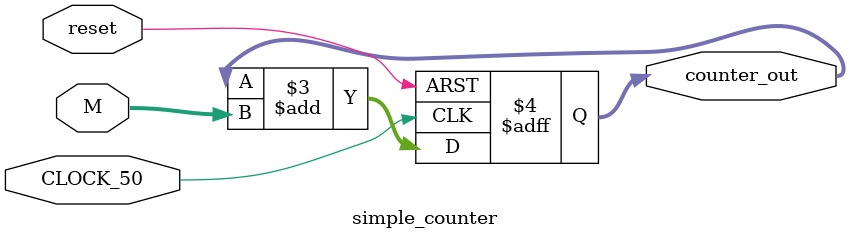
<source format=v>
module simple_counter (CLOCK_50, M, counter_out, reset);
input CLOCK_50 ;
input reset;
input [27:0] M;
output [27:0] counter_out;
reg [27:0] counter_out;

always @ (posedge CLOCK_50, negedge reset) // on positive clock edge or if reset is pressed

begin
	if(!reset) counter_out <= 0;        // clear count on reset
	else counter_out <= counter_out + M;// increment counter
end

endmodule // end of module

</source>
